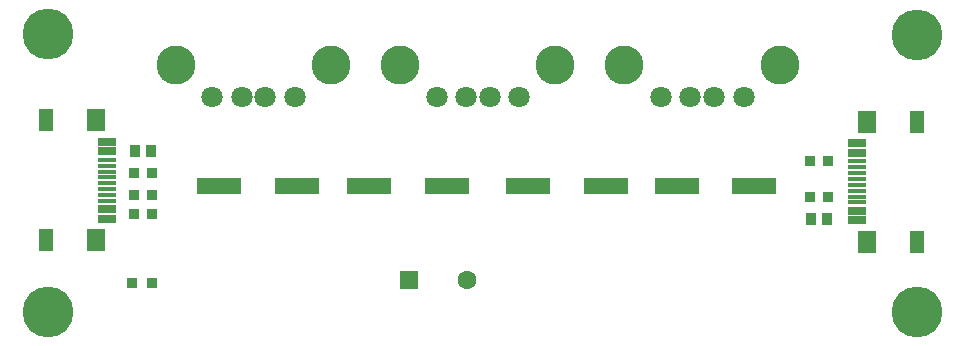
<source format=gts>
G04*
G04 #@! TF.GenerationSoftware,Altium Limited,Altium Designer,19.0.4 (130)*
G04*
G04 Layer_Color=8388736*
%FSLAX24Y24*%
%MOIN*%
G70*
G01*
G75*
%ADD21R,0.0610X0.0276*%
%ADD22R,0.0610X0.0157*%
%ADD23R,0.0610X0.0748*%
%ADD24R,0.0512X0.0748*%
%ADD25R,0.0358X0.0380*%
%ADD26R,0.0355X0.0355*%
%ADD27R,0.0355X0.0394*%
%ADD28R,0.1461X0.0536*%
%ADD29C,0.0631*%
%ADD30R,0.0631X0.0631*%
%ADD31C,0.1300*%
%ADD32C,0.0709*%
%ADD33C,0.1693*%
D21*
X61434Y39463D02*
D03*
Y42022D02*
D03*
Y39778D02*
D03*
Y41707D02*
D03*
X36431Y42071D02*
D03*
Y39512D02*
D03*
Y41756D02*
D03*
Y39827D02*
D03*
D22*
X61434Y40054D02*
D03*
Y40250D02*
D03*
Y40447D02*
D03*
Y40644D02*
D03*
Y40841D02*
D03*
Y41038D02*
D03*
Y41235D02*
D03*
Y41432D02*
D03*
X36431Y41481D02*
D03*
Y41284D02*
D03*
Y41087D02*
D03*
Y40890D02*
D03*
Y40693D02*
D03*
Y40496D02*
D03*
Y40300D02*
D03*
Y40103D02*
D03*
D23*
X61795Y38746D02*
D03*
Y42739D02*
D03*
X36071Y42788D02*
D03*
Y38796D02*
D03*
D24*
X63440Y38746D02*
D03*
Y42739D02*
D03*
X34425Y42788D02*
D03*
Y38796D02*
D03*
D25*
X37360Y39654D02*
D03*
X37953D02*
D03*
X60483Y40252D02*
D03*
X59890D02*
D03*
Y41432D02*
D03*
X60483D02*
D03*
X37953Y40307D02*
D03*
X37360D02*
D03*
Y41047D02*
D03*
X37953D02*
D03*
D26*
X37954Y37386D02*
D03*
X37284D02*
D03*
D27*
X60459Y39512D02*
D03*
X59908D02*
D03*
X37378Y41756D02*
D03*
X37929D02*
D03*
D28*
X55431Y40592D02*
D03*
X58026D02*
D03*
X53076Y40592D02*
D03*
X50481D02*
D03*
X45181Y40592D02*
D03*
X47776D02*
D03*
X42776Y40592D02*
D03*
X40181D02*
D03*
D29*
X48433Y37465D02*
D03*
D30*
X46512D02*
D03*
D31*
X53692Y44625D02*
D03*
X58865Y44625D02*
D03*
X46217Y44625D02*
D03*
X51390Y44625D02*
D03*
X38742Y44625D02*
D03*
X43915Y44625D02*
D03*
D32*
X57664Y43558D02*
D03*
X56679D02*
D03*
X55892D02*
D03*
X54908D02*
D03*
X50189D02*
D03*
X49204D02*
D03*
X48417D02*
D03*
X47433D02*
D03*
X42714D02*
D03*
X41729D02*
D03*
X40942D02*
D03*
X39958D02*
D03*
D33*
X63458Y36392D02*
D03*
Y45649D02*
D03*
X34493Y45686D02*
D03*
Y36415D02*
D03*
M02*

</source>
